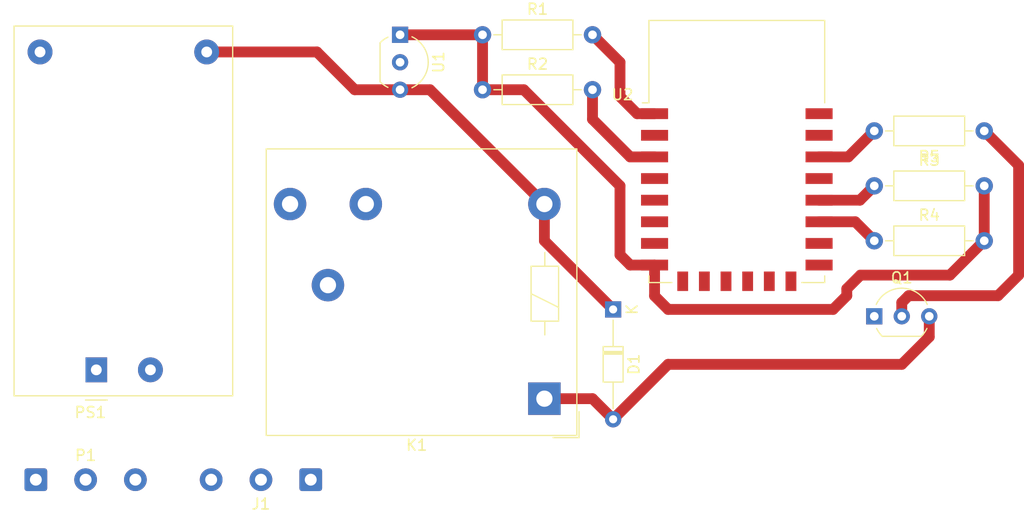
<source format=kicad_pcb>
(kicad_pcb (version 20171130) (host pcbnew "(5.1.6)-1")

  (general
    (thickness 1.6)
    (drawings 0)
    (tracks 48)
    (zones 0)
    (modules 13)
    (nets 31)
  )

  (page A4)
  (layers
    (0 F.Cu signal)
    (31 B.Cu signal)
    (32 B.Adhes user)
    (33 F.Adhes user)
    (34 B.Paste user)
    (35 F.Paste user)
    (36 B.SilkS user)
    (37 F.SilkS user)
    (38 B.Mask user)
    (39 F.Mask user)
    (40 Dwgs.User user)
    (41 Cmts.User user)
    (42 Eco1.User user)
    (43 Eco2.User user)
    (44 Edge.Cuts user)
    (45 Margin user)
    (46 B.CrtYd user)
    (47 F.CrtYd user)
    (48 B.Fab user)
    (49 F.Fab user)
  )

  (setup
    (last_trace_width 4)
    (user_trace_width 4)
    (trace_clearance 0.2)
    (zone_clearance 0.508)
    (zone_45_only no)
    (trace_min 0.2)
    (via_size 0.8)
    (via_drill 0.4)
    (via_min_size 0.4)
    (via_min_drill 0.3)
    (uvia_size 0.3)
    (uvia_drill 0.1)
    (uvias_allowed no)
    (uvia_min_size 0.2)
    (uvia_min_drill 0.1)
    (edge_width 0.05)
    (segment_width 0.2)
    (pcb_text_width 0.3)
    (pcb_text_size 1.5 1.5)
    (mod_edge_width 0.12)
    (mod_text_size 1 1)
    (mod_text_width 0.15)
    (pad_size 1.524 1.524)
    (pad_drill 0.762)
    (pad_to_mask_clearance 0.05)
    (aux_axis_origin 0 0)
    (visible_elements FFFFFF7F)
    (pcbplotparams
      (layerselection 0x010fc_ffffffff)
      (usegerberextensions false)
      (usegerberattributes true)
      (usegerberadvancedattributes true)
      (creategerberjobfile true)
      (excludeedgelayer true)
      (linewidth 0.100000)
      (plotframeref false)
      (viasonmask false)
      (mode 1)
      (useauxorigin false)
      (hpglpennumber 1)
      (hpglpenspeed 20)
      (hpglpendiameter 15.000000)
      (psnegative false)
      (psa4output false)
      (plotreference true)
      (plotvalue true)
      (plotinvisibletext false)
      (padsonsilk false)
      (subtractmaskfromsilk false)
      (outputformat 1)
      (mirror false)
      (drillshape 1)
      (scaleselection 1)
      (outputdirectory ""))
  )

  (net 0 "")
  (net 1 "Net-(D1-Pad2)")
  (net 2 +5V)
  (net 3 "Net-(J1-Pad3)")
  (net 4 "Net-(J1-Pad2)")
  (net 5 "Net-(J1-Pad1)")
  (net 6 "Net-(K1-Pad12)")
  (net 7 "Net-(K1-Pad14)")
  (net 8 GND)
  (net 9 "Net-(Q1-Pad2)")
  (net 10 "Net-(R1-Pad2)")
  (net 11 +3V3)
  (net 12 "Net-(R2-Pad2)")
  (net 13 "Net-(R3-Pad1)")
  (net 14 "Net-(R4-Pad1)")
  (net 15 "Net-(R5-Pad2)")
  (net 16 "Net-(U2-Pad22)")
  (net 17 "Net-(U2-Pad21)")
  (net 18 "Net-(U2-Pad19)")
  (net 19 "Net-(U2-Pad16)")
  (net 20 "Net-(U2-Pad14)")
  (net 21 "Net-(U2-Pad13)")
  (net 22 "Net-(U2-Pad12)")
  (net 23 "Net-(U2-Pad11)")
  (net 24 "Net-(U2-Pad10)")
  (net 25 "Net-(U2-Pad9)")
  (net 26 "Net-(U2-Pad7)")
  (net 27 "Net-(U2-Pad6)")
  (net 28 "Net-(U2-Pad5)")
  (net 29 "Net-(U2-Pad4)")
  (net 30 "Net-(U2-Pad2)")

  (net_class Default "This is the default net class."
    (clearance 0.2)
    (trace_width 1)
    (via_dia 0.8)
    (via_drill 0.4)
    (uvia_dia 0.3)
    (uvia_drill 0.1)
    (add_net +3V3)
    (add_net +5V)
    (add_net GND)
    (add_net "Net-(D1-Pad2)")
    (add_net "Net-(J1-Pad1)")
    (add_net "Net-(J1-Pad2)")
    (add_net "Net-(J1-Pad3)")
    (add_net "Net-(K1-Pad12)")
    (add_net "Net-(K1-Pad14)")
    (add_net "Net-(Q1-Pad2)")
    (add_net "Net-(R1-Pad2)")
    (add_net "Net-(R2-Pad2)")
    (add_net "Net-(R3-Pad1)")
    (add_net "Net-(R4-Pad1)")
    (add_net "Net-(R5-Pad2)")
    (add_net "Net-(U2-Pad10)")
    (add_net "Net-(U2-Pad11)")
    (add_net "Net-(U2-Pad12)")
    (add_net "Net-(U2-Pad13)")
    (add_net "Net-(U2-Pad14)")
    (add_net "Net-(U2-Pad16)")
    (add_net "Net-(U2-Pad19)")
    (add_net "Net-(U2-Pad2)")
    (add_net "Net-(U2-Pad21)")
    (add_net "Net-(U2-Pad22)")
    (add_net "Net-(U2-Pad4)")
    (add_net "Net-(U2-Pad5)")
    (add_net "Net-(U2-Pad6)")
    (add_net "Net-(U2-Pad7)")
    (add_net "Net-(U2-Pad9)")
  )

  (module Package_TO_SOT_THT:TO-92_Inline_Wide (layer F.Cu) (tedit 5A02FF81) (tstamp 5EDEC5CF)
    (at 102.235 35.56 270)
    (descr "TO-92 leads in-line, wide, drill 0.75mm (see NXP sot054_po.pdf)")
    (tags "to-92 sc-43 sc-43a sot54 PA33 transistor")
    (path /5ED6854B)
    (fp_text reference U1 (at 2.54 -3.56 90) (layer F.SilkS)
      (effects (font (size 1 1) (thickness 0.15)))
    )
    (fp_text value L78L33_TO92 (at 2.54 2.79 90) (layer F.Fab)
      (effects (font (size 1 1) (thickness 0.15)))
    )
    (fp_arc (start 2.54 0) (end 4.34 1.85) (angle -20) (layer F.SilkS) (width 0.12))
    (fp_arc (start 2.54 0) (end 2.54 -2.48) (angle -135) (layer F.Fab) (width 0.1))
    (fp_arc (start 2.54 0) (end 2.54 -2.48) (angle 135) (layer F.Fab) (width 0.1))
    (fp_arc (start 2.54 0) (end 2.54 -2.6) (angle 65) (layer F.SilkS) (width 0.12))
    (fp_arc (start 2.54 0) (end 2.54 -2.6) (angle -65) (layer F.SilkS) (width 0.12))
    (fp_arc (start 2.54 0) (end 0.74 1.85) (angle 20) (layer F.SilkS) (width 0.12))
    (fp_text user %R (at 2.54 -3.56 90) (layer F.Fab)
      (effects (font (size 1 1) (thickness 0.15)))
    )
    (fp_line (start 0.74 1.85) (end 4.34 1.85) (layer F.SilkS) (width 0.12))
    (fp_line (start 0.8 1.75) (end 4.3 1.75) (layer F.Fab) (width 0.1))
    (fp_line (start -1.01 -2.73) (end 6.09 -2.73) (layer F.CrtYd) (width 0.05))
    (fp_line (start -1.01 -2.73) (end -1.01 2.01) (layer F.CrtYd) (width 0.05))
    (fp_line (start 6.09 2.01) (end 6.09 -2.73) (layer F.CrtYd) (width 0.05))
    (fp_line (start 6.09 2.01) (end -1.01 2.01) (layer F.CrtYd) (width 0.05))
    (pad 1 thru_hole rect (at 0 0) (size 1.5 1.5) (drill 0.8) (layers *.Cu *.Mask)
      (net 11 +3V3))
    (pad 3 thru_hole circle (at 5.08 0) (size 1.5 1.5) (drill 0.8) (layers *.Cu *.Mask)
      (net 2 +5V))
    (pad 2 thru_hole circle (at 2.54 0) (size 1.5 1.5) (drill 0.8) (layers *.Cu *.Mask)
      (net 8 GND))
    (model ${KISYS3DMOD}/Package_TO_SOT_THT.3dshapes/TO-92_Inline_Wide.wrl
      (at (xyz 0 0 0))
      (scale (xyz 1 1 1))
      (rotate (xyz 0 0 0))
    )
  )

  (module RF_Module:ESP-12E (layer F.Cu) (tedit 5A030172) (tstamp 5EDEC60A)
    (at 133.35 46.355)
    (descr "Wi-Fi Module, http://wiki.ai-thinker.com/_media/esp8266/docs/aithinker_esp_12f_datasheet_en.pdf")
    (tags "Wi-Fi Module")
    (path /5ED52A6F)
    (attr smd)
    (fp_text reference U2 (at -10.56 -5.26) (layer F.SilkS)
      (effects (font (size 1 1) (thickness 0.15)))
    )
    (fp_text value ESP-12E (at -0.06 -12.78) (layer F.Fab)
      (effects (font (size 1 1) (thickness 0.15)))
    )
    (fp_text user %R (at 0.49 -0.8) (layer F.Fab)
      (effects (font (size 1 1) (thickness 0.15)))
    )
    (fp_text user "KEEP-OUT ZONE" (at 0.03 -9.55 180) (layer Cmts.User)
      (effects (font (size 1 1) (thickness 0.15)))
    )
    (fp_text user Antenna (at -0.06 -7 180) (layer Cmts.User)
      (effects (font (size 1 1) (thickness 0.15)))
    )
    (fp_line (start -8 -12) (end 8 -12) (layer F.Fab) (width 0.12))
    (fp_line (start 8 -12) (end 8 12) (layer F.Fab) (width 0.12))
    (fp_line (start 8 12) (end -8 12) (layer F.Fab) (width 0.12))
    (fp_line (start -8 12) (end -8 -3) (layer F.Fab) (width 0.12))
    (fp_line (start -8 -3) (end -7.5 -3.5) (layer F.Fab) (width 0.12))
    (fp_line (start -7.5 -3.5) (end -8 -4) (layer F.Fab) (width 0.12))
    (fp_line (start -8 -4) (end -8 -12) (layer F.Fab) (width 0.12))
    (fp_line (start -9.05 -12.2) (end 9.05 -12.2) (layer F.CrtYd) (width 0.05))
    (fp_line (start 9.05 -12.2) (end 9.05 13.1) (layer F.CrtYd) (width 0.05))
    (fp_line (start 9.05 13.1) (end -9.05 13.1) (layer F.CrtYd) (width 0.05))
    (fp_line (start -9.05 13.1) (end -9.05 -12.2) (layer F.CrtYd) (width 0.05))
    (fp_line (start -8.12 -12.12) (end 8.12 -12.12) (layer F.SilkS) (width 0.12))
    (fp_line (start 8.12 -12.12) (end 8.12 -4.5) (layer F.SilkS) (width 0.12))
    (fp_line (start 8.12 11.5) (end 8.12 12.12) (layer F.SilkS) (width 0.12))
    (fp_line (start 8.12 12.12) (end 6 12.12) (layer F.SilkS) (width 0.12))
    (fp_line (start -6 12.12) (end -8.12 12.12) (layer F.SilkS) (width 0.12))
    (fp_line (start -8.12 12.12) (end -8.12 11.5) (layer F.SilkS) (width 0.12))
    (fp_line (start -8.12 -4.5) (end -8.12 -12.12) (layer F.SilkS) (width 0.12))
    (fp_line (start -8.12 -4.5) (end -8.73 -4.5) (layer F.SilkS) (width 0.12))
    (fp_line (start -8.12 -12.12) (end 8.12 -12.12) (layer Dwgs.User) (width 0.12))
    (fp_line (start 8.12 -12.12) (end 8.12 -4.8) (layer Dwgs.User) (width 0.12))
    (fp_line (start 8.12 -4.8) (end -8.12 -4.8) (layer Dwgs.User) (width 0.12))
    (fp_line (start -8.12 -4.8) (end -8.12 -12.12) (layer Dwgs.User) (width 0.12))
    (fp_line (start -8.12 -9.12) (end -5.12 -12.12) (layer Dwgs.User) (width 0.12))
    (fp_line (start -8.12 -6.12) (end -2.12 -12.12) (layer Dwgs.User) (width 0.12))
    (fp_line (start -6.44 -4.8) (end 0.88 -12.12) (layer Dwgs.User) (width 0.12))
    (fp_line (start -3.44 -4.8) (end 3.88 -12.12) (layer Dwgs.User) (width 0.12))
    (fp_line (start -0.44 -4.8) (end 6.88 -12.12) (layer Dwgs.User) (width 0.12))
    (fp_line (start 2.56 -4.8) (end 8.12 -10.36) (layer Dwgs.User) (width 0.12))
    (fp_line (start 5.56 -4.8) (end 8.12 -7.36) (layer Dwgs.User) (width 0.12))
    (pad 22 smd rect (at 7.6 -3.5) (size 2.5 1) (layers F.Cu F.Paste F.Mask)
      (net 16 "Net-(U2-Pad22)"))
    (pad 21 smd rect (at 7.6 -1.5) (size 2.5 1) (layers F.Cu F.Paste F.Mask)
      (net 17 "Net-(U2-Pad21)"))
    (pad 20 smd rect (at 7.6 0.5) (size 2.5 1) (layers F.Cu F.Paste F.Mask)
      (net 15 "Net-(R5-Pad2)"))
    (pad 19 smd rect (at 7.6 2.5) (size 2.5 1) (layers F.Cu F.Paste F.Mask)
      (net 18 "Net-(U2-Pad19)"))
    (pad 18 smd rect (at 7.6 4.5) (size 2.5 1) (layers F.Cu F.Paste F.Mask)
      (net 13 "Net-(R3-Pad1)"))
    (pad 17 smd rect (at 7.6 6.5) (size 2.5 1) (layers F.Cu F.Paste F.Mask)
      (net 14 "Net-(R4-Pad1)"))
    (pad 16 smd rect (at 7.6 8.5) (size 2.5 1) (layers F.Cu F.Paste F.Mask)
      (net 19 "Net-(U2-Pad16)"))
    (pad 15 smd rect (at 7.6 10.5) (size 2.5 1) (layers F.Cu F.Paste F.Mask)
      (net 8 GND))
    (pad 14 smd rect (at 5 12) (size 1 1.8) (layers F.Cu F.Paste F.Mask)
      (net 20 "Net-(U2-Pad14)"))
    (pad 13 smd rect (at 3 12) (size 1 1.8) (layers F.Cu F.Paste F.Mask)
      (net 21 "Net-(U2-Pad13)"))
    (pad 12 smd rect (at 1 12) (size 1 1.8) (layers F.Cu F.Paste F.Mask)
      (net 22 "Net-(U2-Pad12)"))
    (pad 11 smd rect (at -1 12) (size 1 1.8) (layers F.Cu F.Paste F.Mask)
      (net 23 "Net-(U2-Pad11)"))
    (pad 10 smd rect (at -3 12) (size 1 1.8) (layers F.Cu F.Paste F.Mask)
      (net 24 "Net-(U2-Pad10)"))
    (pad 9 smd rect (at -5 12) (size 1 1.8) (layers F.Cu F.Paste F.Mask)
      (net 25 "Net-(U2-Pad9)"))
    (pad 8 smd rect (at -7.6 10.5) (size 2.5 1) (layers F.Cu F.Paste F.Mask)
      (net 11 +3V3))
    (pad 7 smd rect (at -7.6 8.5) (size 2.5 1) (layers F.Cu F.Paste F.Mask)
      (net 26 "Net-(U2-Pad7)"))
    (pad 6 smd rect (at -7.6 6.5) (size 2.5 1) (layers F.Cu F.Paste F.Mask)
      (net 27 "Net-(U2-Pad6)"))
    (pad 5 smd rect (at -7.6 4.5) (size 2.5 1) (layers F.Cu F.Paste F.Mask)
      (net 28 "Net-(U2-Pad5)"))
    (pad 4 smd rect (at -7.6 2.5) (size 2.5 1) (layers F.Cu F.Paste F.Mask)
      (net 29 "Net-(U2-Pad4)"))
    (pad 3 smd rect (at -7.6 0.5) (size 2.5 1) (layers F.Cu F.Paste F.Mask)
      (net 12 "Net-(R2-Pad2)"))
    (pad 2 smd rect (at -7.6 -1.5) (size 2.5 1) (layers F.Cu F.Paste F.Mask)
      (net 30 "Net-(U2-Pad2)"))
    (pad 1 smd rect (at -7.6 -3.5) (size 2.5 1) (layers F.Cu F.Paste F.Mask)
      (net 10 "Net-(R1-Pad2)"))
    (model ${KISYS3DMOD}/RF_Module.3dshapes/ESP-12E.wrl
      (at (xyz 0 0 0))
      (scale (xyz 1 1 1))
      (rotate (xyz 0 0 0))
    )
  )

  (module Resistor_THT:R_Axial_DIN0207_L6.3mm_D2.5mm_P10.16mm_Horizontal (layer F.Cu) (tedit 5AE5139B) (tstamp 5EDEC5BD)
    (at 156.21 44.45 180)
    (descr "Resistor, Axial_DIN0207 series, Axial, Horizontal, pin pitch=10.16mm, 0.25W = 1/4W, length*diameter=6.3*2.5mm^2, http://cdn-reichelt.de/documents/datenblatt/B400/1_4W%23YAG.pdf")
    (tags "Resistor Axial_DIN0207 series Axial Horizontal pin pitch 10.16mm 0.25W = 1/4W length 6.3mm diameter 2.5mm")
    (path /5ED5C1BC)
    (fp_text reference R5 (at 5.08 -2.37) (layer F.SilkS)
      (effects (font (size 1 1) (thickness 0.15)))
    )
    (fp_text value 1k (at 5.08 2.37) (layer F.Fab)
      (effects (font (size 1 1) (thickness 0.15)))
    )
    (fp_text user %R (at 5.08 0) (layer F.Fab)
      (effects (font (size 1 1) (thickness 0.15)))
    )
    (fp_line (start 1.93 -1.25) (end 1.93 1.25) (layer F.Fab) (width 0.1))
    (fp_line (start 1.93 1.25) (end 8.23 1.25) (layer F.Fab) (width 0.1))
    (fp_line (start 8.23 1.25) (end 8.23 -1.25) (layer F.Fab) (width 0.1))
    (fp_line (start 8.23 -1.25) (end 1.93 -1.25) (layer F.Fab) (width 0.1))
    (fp_line (start 0 0) (end 1.93 0) (layer F.Fab) (width 0.1))
    (fp_line (start 10.16 0) (end 8.23 0) (layer F.Fab) (width 0.1))
    (fp_line (start 1.81 -1.37) (end 1.81 1.37) (layer F.SilkS) (width 0.12))
    (fp_line (start 1.81 1.37) (end 8.35 1.37) (layer F.SilkS) (width 0.12))
    (fp_line (start 8.35 1.37) (end 8.35 -1.37) (layer F.SilkS) (width 0.12))
    (fp_line (start 8.35 -1.37) (end 1.81 -1.37) (layer F.SilkS) (width 0.12))
    (fp_line (start 1.04 0) (end 1.81 0) (layer F.SilkS) (width 0.12))
    (fp_line (start 9.12 0) (end 8.35 0) (layer F.SilkS) (width 0.12))
    (fp_line (start -1.05 -1.5) (end -1.05 1.5) (layer F.CrtYd) (width 0.05))
    (fp_line (start -1.05 1.5) (end 11.21 1.5) (layer F.CrtYd) (width 0.05))
    (fp_line (start 11.21 1.5) (end 11.21 -1.5) (layer F.CrtYd) (width 0.05))
    (fp_line (start 11.21 -1.5) (end -1.05 -1.5) (layer F.CrtYd) (width 0.05))
    (pad 2 thru_hole oval (at 10.16 0 180) (size 1.6 1.6) (drill 0.8) (layers *.Cu *.Mask)
      (net 15 "Net-(R5-Pad2)"))
    (pad 1 thru_hole circle (at 0 0 180) (size 1.6 1.6) (drill 0.8) (layers *.Cu *.Mask)
      (net 9 "Net-(Q1-Pad2)"))
    (model ${KISYS3DMOD}/Resistor_THT.3dshapes/R_Axial_DIN0207_L6.3mm_D2.5mm_P10.16mm_Horizontal.wrl
      (at (xyz 0 0 0))
      (scale (xyz 1 1 1))
      (rotate (xyz 0 0 0))
    )
  )

  (module Resistor_THT:R_Axial_DIN0207_L6.3mm_D2.5mm_P10.16mm_Horizontal (layer F.Cu) (tedit 5AE5139B) (tstamp 5EDEC5A6)
    (at 146.05 54.61)
    (descr "Resistor, Axial_DIN0207 series, Axial, Horizontal, pin pitch=10.16mm, 0.25W = 1/4W, length*diameter=6.3*2.5mm^2, http://cdn-reichelt.de/documents/datenblatt/B400/1_4W%23YAG.pdf")
    (tags "Resistor Axial_DIN0207 series Axial Horizontal pin pitch 10.16mm 0.25W = 1/4W length 6.3mm diameter 2.5mm")
    (path /5ED7645C)
    (fp_text reference R4 (at 5.08 -2.37) (layer F.SilkS)
      (effects (font (size 1 1) (thickness 0.15)))
    )
    (fp_text value 10k (at 5.08 2.37) (layer F.Fab)
      (effects (font (size 1 1) (thickness 0.15)))
    )
    (fp_text user %R (at 5.08 0) (layer F.Fab)
      (effects (font (size 1 1) (thickness 0.15)))
    )
    (fp_line (start 1.93 -1.25) (end 1.93 1.25) (layer F.Fab) (width 0.1))
    (fp_line (start 1.93 1.25) (end 8.23 1.25) (layer F.Fab) (width 0.1))
    (fp_line (start 8.23 1.25) (end 8.23 -1.25) (layer F.Fab) (width 0.1))
    (fp_line (start 8.23 -1.25) (end 1.93 -1.25) (layer F.Fab) (width 0.1))
    (fp_line (start 0 0) (end 1.93 0) (layer F.Fab) (width 0.1))
    (fp_line (start 10.16 0) (end 8.23 0) (layer F.Fab) (width 0.1))
    (fp_line (start 1.81 -1.37) (end 1.81 1.37) (layer F.SilkS) (width 0.12))
    (fp_line (start 1.81 1.37) (end 8.35 1.37) (layer F.SilkS) (width 0.12))
    (fp_line (start 8.35 1.37) (end 8.35 -1.37) (layer F.SilkS) (width 0.12))
    (fp_line (start 8.35 -1.37) (end 1.81 -1.37) (layer F.SilkS) (width 0.12))
    (fp_line (start 1.04 0) (end 1.81 0) (layer F.SilkS) (width 0.12))
    (fp_line (start 9.12 0) (end 8.35 0) (layer F.SilkS) (width 0.12))
    (fp_line (start -1.05 -1.5) (end -1.05 1.5) (layer F.CrtYd) (width 0.05))
    (fp_line (start -1.05 1.5) (end 11.21 1.5) (layer F.CrtYd) (width 0.05))
    (fp_line (start 11.21 1.5) (end 11.21 -1.5) (layer F.CrtYd) (width 0.05))
    (fp_line (start 11.21 -1.5) (end -1.05 -1.5) (layer F.CrtYd) (width 0.05))
    (pad 2 thru_hole oval (at 10.16 0) (size 1.6 1.6) (drill 0.8) (layers *.Cu *.Mask)
      (net 11 +3V3))
    (pad 1 thru_hole circle (at 0 0) (size 1.6 1.6) (drill 0.8) (layers *.Cu *.Mask)
      (net 14 "Net-(R4-Pad1)"))
    (model ${KISYS3DMOD}/Resistor_THT.3dshapes/R_Axial_DIN0207_L6.3mm_D2.5mm_P10.16mm_Horizontal.wrl
      (at (xyz 0 0 0))
      (scale (xyz 1 1 1))
      (rotate (xyz 0 0 0))
    )
  )

  (module Resistor_THT:R_Axial_DIN0207_L6.3mm_D2.5mm_P10.16mm_Horizontal (layer F.Cu) (tedit 5AE5139B) (tstamp 5EDEC58F)
    (at 146.05 49.53)
    (descr "Resistor, Axial_DIN0207 series, Axial, Horizontal, pin pitch=10.16mm, 0.25W = 1/4W, length*diameter=6.3*2.5mm^2, http://cdn-reichelt.de/documents/datenblatt/B400/1_4W%23YAG.pdf")
    (tags "Resistor Axial_DIN0207 series Axial Horizontal pin pitch 10.16mm 0.25W = 1/4W length 6.3mm diameter 2.5mm")
    (path /5ED75B0C)
    (fp_text reference R3 (at 5.08 -2.37) (layer F.SilkS)
      (effects (font (size 1 1) (thickness 0.15)))
    )
    (fp_text value 10k (at 5.08 2.37) (layer F.Fab)
      (effects (font (size 1 1) (thickness 0.15)))
    )
    (fp_text user %R (at 5.08 0) (layer F.Fab)
      (effects (font (size 1 1) (thickness 0.15)))
    )
    (fp_line (start 1.93 -1.25) (end 1.93 1.25) (layer F.Fab) (width 0.1))
    (fp_line (start 1.93 1.25) (end 8.23 1.25) (layer F.Fab) (width 0.1))
    (fp_line (start 8.23 1.25) (end 8.23 -1.25) (layer F.Fab) (width 0.1))
    (fp_line (start 8.23 -1.25) (end 1.93 -1.25) (layer F.Fab) (width 0.1))
    (fp_line (start 0 0) (end 1.93 0) (layer F.Fab) (width 0.1))
    (fp_line (start 10.16 0) (end 8.23 0) (layer F.Fab) (width 0.1))
    (fp_line (start 1.81 -1.37) (end 1.81 1.37) (layer F.SilkS) (width 0.12))
    (fp_line (start 1.81 1.37) (end 8.35 1.37) (layer F.SilkS) (width 0.12))
    (fp_line (start 8.35 1.37) (end 8.35 -1.37) (layer F.SilkS) (width 0.12))
    (fp_line (start 8.35 -1.37) (end 1.81 -1.37) (layer F.SilkS) (width 0.12))
    (fp_line (start 1.04 0) (end 1.81 0) (layer F.SilkS) (width 0.12))
    (fp_line (start 9.12 0) (end 8.35 0) (layer F.SilkS) (width 0.12))
    (fp_line (start -1.05 -1.5) (end -1.05 1.5) (layer F.CrtYd) (width 0.05))
    (fp_line (start -1.05 1.5) (end 11.21 1.5) (layer F.CrtYd) (width 0.05))
    (fp_line (start 11.21 1.5) (end 11.21 -1.5) (layer F.CrtYd) (width 0.05))
    (fp_line (start 11.21 -1.5) (end -1.05 -1.5) (layer F.CrtYd) (width 0.05))
    (pad 2 thru_hole oval (at 10.16 0) (size 1.6 1.6) (drill 0.8) (layers *.Cu *.Mask)
      (net 11 +3V3))
    (pad 1 thru_hole circle (at 0 0) (size 1.6 1.6) (drill 0.8) (layers *.Cu *.Mask)
      (net 13 "Net-(R3-Pad1)"))
    (model ${KISYS3DMOD}/Resistor_THT.3dshapes/R_Axial_DIN0207_L6.3mm_D2.5mm_P10.16mm_Horizontal.wrl
      (at (xyz 0 0 0))
      (scale (xyz 1 1 1))
      (rotate (xyz 0 0 0))
    )
  )

  (module Resistor_THT:R_Axial_DIN0207_L6.3mm_D2.5mm_P10.16mm_Horizontal (layer F.Cu) (tedit 5AE5139B) (tstamp 5EDEC578)
    (at 109.855 40.64)
    (descr "Resistor, Axial_DIN0207 series, Axial, Horizontal, pin pitch=10.16mm, 0.25W = 1/4W, length*diameter=6.3*2.5mm^2, http://cdn-reichelt.de/documents/datenblatt/B400/1_4W%23YAG.pdf")
    (tags "Resistor Axial_DIN0207 series Axial Horizontal pin pitch 10.16mm 0.25W = 1/4W length 6.3mm diameter 2.5mm")
    (path /5ED73A46)
    (fp_text reference R2 (at 5.08 -2.37) (layer F.SilkS)
      (effects (font (size 1 1) (thickness 0.15)))
    )
    (fp_text value 10k (at 5.08 2.37) (layer F.Fab)
      (effects (font (size 1 1) (thickness 0.15)))
    )
    (fp_text user %R (at 5.08 0) (layer F.Fab)
      (effects (font (size 1 1) (thickness 0.15)))
    )
    (fp_line (start 1.93 -1.25) (end 1.93 1.25) (layer F.Fab) (width 0.1))
    (fp_line (start 1.93 1.25) (end 8.23 1.25) (layer F.Fab) (width 0.1))
    (fp_line (start 8.23 1.25) (end 8.23 -1.25) (layer F.Fab) (width 0.1))
    (fp_line (start 8.23 -1.25) (end 1.93 -1.25) (layer F.Fab) (width 0.1))
    (fp_line (start 0 0) (end 1.93 0) (layer F.Fab) (width 0.1))
    (fp_line (start 10.16 0) (end 8.23 0) (layer F.Fab) (width 0.1))
    (fp_line (start 1.81 -1.37) (end 1.81 1.37) (layer F.SilkS) (width 0.12))
    (fp_line (start 1.81 1.37) (end 8.35 1.37) (layer F.SilkS) (width 0.12))
    (fp_line (start 8.35 1.37) (end 8.35 -1.37) (layer F.SilkS) (width 0.12))
    (fp_line (start 8.35 -1.37) (end 1.81 -1.37) (layer F.SilkS) (width 0.12))
    (fp_line (start 1.04 0) (end 1.81 0) (layer F.SilkS) (width 0.12))
    (fp_line (start 9.12 0) (end 8.35 0) (layer F.SilkS) (width 0.12))
    (fp_line (start -1.05 -1.5) (end -1.05 1.5) (layer F.CrtYd) (width 0.05))
    (fp_line (start -1.05 1.5) (end 11.21 1.5) (layer F.CrtYd) (width 0.05))
    (fp_line (start 11.21 1.5) (end 11.21 -1.5) (layer F.CrtYd) (width 0.05))
    (fp_line (start 11.21 -1.5) (end -1.05 -1.5) (layer F.CrtYd) (width 0.05))
    (pad 2 thru_hole oval (at 10.16 0) (size 1.6 1.6) (drill 0.8) (layers *.Cu *.Mask)
      (net 12 "Net-(R2-Pad2)"))
    (pad 1 thru_hole circle (at 0 0) (size 1.6 1.6) (drill 0.8) (layers *.Cu *.Mask)
      (net 11 +3V3))
    (model ${KISYS3DMOD}/Resistor_THT.3dshapes/R_Axial_DIN0207_L6.3mm_D2.5mm_P10.16mm_Horizontal.wrl
      (at (xyz 0 0 0))
      (scale (xyz 1 1 1))
      (rotate (xyz 0 0 0))
    )
  )

  (module Resistor_THT:R_Axial_DIN0207_L6.3mm_D2.5mm_P10.16mm_Horizontal (layer F.Cu) (tedit 5AE5139B) (tstamp 5EDEC561)
    (at 109.855 35.56)
    (descr "Resistor, Axial_DIN0207 series, Axial, Horizontal, pin pitch=10.16mm, 0.25W = 1/4W, length*diameter=6.3*2.5mm^2, http://cdn-reichelt.de/documents/datenblatt/B400/1_4W%23YAG.pdf")
    (tags "Resistor Axial_DIN0207 series Axial Horizontal pin pitch 10.16mm 0.25W = 1/4W length 6.3mm diameter 2.5mm")
    (path /5ED714AF)
    (fp_text reference R1 (at 5.08 -2.37) (layer F.SilkS)
      (effects (font (size 1 1) (thickness 0.15)))
    )
    (fp_text value 10k (at 5.08 2.37) (layer F.Fab)
      (effects (font (size 1 1) (thickness 0.15)))
    )
    (fp_text user %R (at 5.08 0) (layer F.Fab)
      (effects (font (size 1 1) (thickness 0.15)))
    )
    (fp_line (start 1.93 -1.25) (end 1.93 1.25) (layer F.Fab) (width 0.1))
    (fp_line (start 1.93 1.25) (end 8.23 1.25) (layer F.Fab) (width 0.1))
    (fp_line (start 8.23 1.25) (end 8.23 -1.25) (layer F.Fab) (width 0.1))
    (fp_line (start 8.23 -1.25) (end 1.93 -1.25) (layer F.Fab) (width 0.1))
    (fp_line (start 0 0) (end 1.93 0) (layer F.Fab) (width 0.1))
    (fp_line (start 10.16 0) (end 8.23 0) (layer F.Fab) (width 0.1))
    (fp_line (start 1.81 -1.37) (end 1.81 1.37) (layer F.SilkS) (width 0.12))
    (fp_line (start 1.81 1.37) (end 8.35 1.37) (layer F.SilkS) (width 0.12))
    (fp_line (start 8.35 1.37) (end 8.35 -1.37) (layer F.SilkS) (width 0.12))
    (fp_line (start 8.35 -1.37) (end 1.81 -1.37) (layer F.SilkS) (width 0.12))
    (fp_line (start 1.04 0) (end 1.81 0) (layer F.SilkS) (width 0.12))
    (fp_line (start 9.12 0) (end 8.35 0) (layer F.SilkS) (width 0.12))
    (fp_line (start -1.05 -1.5) (end -1.05 1.5) (layer F.CrtYd) (width 0.05))
    (fp_line (start -1.05 1.5) (end 11.21 1.5) (layer F.CrtYd) (width 0.05))
    (fp_line (start 11.21 1.5) (end 11.21 -1.5) (layer F.CrtYd) (width 0.05))
    (fp_line (start 11.21 -1.5) (end -1.05 -1.5) (layer F.CrtYd) (width 0.05))
    (pad 2 thru_hole oval (at 10.16 0) (size 1.6 1.6) (drill 0.8) (layers *.Cu *.Mask)
      (net 10 "Net-(R1-Pad2)"))
    (pad 1 thru_hole circle (at 0 0) (size 1.6 1.6) (drill 0.8) (layers *.Cu *.Mask)
      (net 11 +3V3))
    (model ${KISYS3DMOD}/Resistor_THT.3dshapes/R_Axial_DIN0207_L6.3mm_D2.5mm_P10.16mm_Horizontal.wrl
      (at (xyz 0 0 0))
      (scale (xyz 1 1 1))
      (rotate (xyz 0 0 0))
    )
  )

  (module Package_TO_SOT_THT:TO-92_Inline_Wide (layer F.Cu) (tedit 5A02FF81) (tstamp 5EDEC54A)
    (at 146.05 61.595)
    (descr "TO-92 leads in-line, wide, drill 0.75mm (see NXP sot054_po.pdf)")
    (tags "to-92 sc-43 sc-43a sot54 PA33 transistor")
    (path /5ED5782D)
    (fp_text reference Q1 (at 2.54 -3.56) (layer F.SilkS)
      (effects (font (size 1 1) (thickness 0.15)))
    )
    (fp_text value Q_NPN_EBC (at 2.54 2.79) (layer F.Fab)
      (effects (font (size 1 1) (thickness 0.15)))
    )
    (fp_arc (start 2.54 0) (end 4.34 1.85) (angle -20) (layer F.SilkS) (width 0.12))
    (fp_arc (start 2.54 0) (end 2.54 -2.48) (angle -135) (layer F.Fab) (width 0.1))
    (fp_arc (start 2.54 0) (end 2.54 -2.48) (angle 135) (layer F.Fab) (width 0.1))
    (fp_arc (start 2.54 0) (end 2.54 -2.6) (angle 65) (layer F.SilkS) (width 0.12))
    (fp_arc (start 2.54 0) (end 2.54 -2.6) (angle -65) (layer F.SilkS) (width 0.12))
    (fp_arc (start 2.54 0) (end 0.74 1.85) (angle 20) (layer F.SilkS) (width 0.12))
    (fp_text user %R (at 2.54 -3.56) (layer F.Fab)
      (effects (font (size 1 1) (thickness 0.15)))
    )
    (fp_line (start 0.74 1.85) (end 4.34 1.85) (layer F.SilkS) (width 0.12))
    (fp_line (start 0.8 1.75) (end 4.3 1.75) (layer F.Fab) (width 0.1))
    (fp_line (start -1.01 -2.73) (end 6.09 -2.73) (layer F.CrtYd) (width 0.05))
    (fp_line (start -1.01 -2.73) (end -1.01 2.01) (layer F.CrtYd) (width 0.05))
    (fp_line (start 6.09 2.01) (end 6.09 -2.73) (layer F.CrtYd) (width 0.05))
    (fp_line (start 6.09 2.01) (end -1.01 2.01) (layer F.CrtYd) (width 0.05))
    (pad 1 thru_hole rect (at 0 0 90) (size 1.5 1.5) (drill 0.8) (layers *.Cu *.Mask)
      (net 8 GND))
    (pad 3 thru_hole circle (at 5.08 0 90) (size 1.5 1.5) (drill 0.8) (layers *.Cu *.Mask)
      (net 1 "Net-(D1-Pad2)"))
    (pad 2 thru_hole circle (at 2.54 0 90) (size 1.5 1.5) (drill 0.8) (layers *.Cu *.Mask)
      (net 9 "Net-(Q1-Pad2)"))
    (model ${KISYS3DMOD}/Package_TO_SOT_THT.3dshapes/TO-92_Inline_Wide.wrl
      (at (xyz 0 0 0))
      (scale (xyz 1 1 1))
      (rotate (xyz 0 0 0))
    )
  )

  (module Converter_ACDC:Converter_ACDC_HiLink_HLK-PMxx (layer F.Cu) (tedit 5C1AC1CD) (tstamp 5EDEC536)
    (at 74.168 66.548 90)
    (descr "ACDC-Converter, 3W, HiLink, HLK-PMxx, THT, http://www.hlktech.net/product_detail.php?ProId=54")
    (tags "ACDC-Converter 3W THT HiLink board mount module")
    (path /5EDE98FC)
    (fp_text reference PS1 (at -3.94 -0.55) (layer F.SilkS)
      (effects (font (size 1 1) (thickness 0.15)))
    )
    (fp_text value HLK-PM01 (at 15.79 13.85 90) (layer F.Fab)
      (effects (font (size 1 1) (thickness 0.15)))
    )
    (fp_text user %R (at 14.68 1.17 90) (layer F.Fab)
      (effects (font (size 1 1) (thickness 0.15)))
    )
    (fp_line (start -2.3 12.5) (end 31.7 12.5) (layer F.Fab) (width 0.1))
    (fp_line (start 31.7 12.5) (end 31.7 -7.5) (layer F.Fab) (width 0.1))
    (fp_line (start -2.3 12.5) (end -2.3 0.99) (layer F.Fab) (width 0.1))
    (fp_line (start -2.3 -7.5) (end 31.7 -7.5) (layer F.Fab) (width 0.1))
    (fp_line (start -1.29 0) (end -2.29 1) (layer F.Fab) (width 0.1))
    (fp_line (start -2.29 -1) (end -1.29 0) (layer F.Fab) (width 0.1))
    (fp_line (start -2.3 -1) (end -2.3 -7.5) (layer F.Fab) (width 0.1))
    (fp_line (start -2.55 12.75) (end 31.95 12.75) (layer F.CrtYd) (width 0.05))
    (fp_line (start 31.95 12.75) (end 31.95 -7.75) (layer F.CrtYd) (width 0.05))
    (fp_line (start 31.95 -7.75) (end -2.55 -7.75) (layer F.CrtYd) (width 0.05))
    (fp_line (start -2.55 -7.75) (end -2.55 12.75) (layer F.CrtYd) (width 0.05))
    (fp_line (start -2.4 -7.6) (end -2.4 12.6) (layer F.SilkS) (width 0.12))
    (fp_line (start -2.4 12.6) (end 31.8 12.6) (layer F.SilkS) (width 0.12))
    (fp_line (start 31.8 12.6) (end 31.8 -7.6) (layer F.SilkS) (width 0.12))
    (fp_line (start 31.8 -7.6) (end -2.4 -7.6) (layer F.SilkS) (width 0.12))
    (fp_line (start -2.79 -1) (end -2.79 1.01) (layer F.SilkS) (width 0.12))
    (pad 4 thru_hole circle (at 29.4 10.2 90) (size 2.3 2.3) (drill 1) (layers *.Cu *.Mask)
      (net 2 +5V))
    (pad 2 thru_hole circle (at 0 5 90) (size 2.3 2.3) (drill 1) (layers *.Cu *.Mask)
      (net 4 "Net-(J1-Pad2)"))
    (pad 1 thru_hole rect (at 0 0 90) (size 2.3 2) (drill 1) (layers *.Cu *.Mask)
      (net 7 "Net-(K1-Pad14)"))
    (pad 3 thru_hole circle (at 29.4 -5.2 90) (size 2.3 2.3) (drill 1) (layers *.Cu *.Mask)
      (net 8 GND))
    (model ${KISYS3DMOD}/Converter_ACDC.3dshapes/Converter_ACDC_HiLink_HLK-PMxx.wrl
      (at (xyz 0 0 0))
      (scale (xyz 1 1 1))
      (rotate (xyz 0 0 0))
    )
  )

  (module Connector_Wire:SolderWire-0.5sqmm_1x03_P4.6mm_D0.9mm_OD2.1mm (layer F.Cu) (tedit 5EB70B43) (tstamp 5EDEC51D)
    (at 68.58 76.708)
    (descr "Soldered wire connection, for 3 times 0.5 mm² wires, basic insulation, conductor diameter 0.9mm, outer diameter 2.1mm, size source Multi-Contact FLEXI-E 0.5 (https://ec.staubli.com/AcroFiles/Catalogues/TM_Cab-Main-11014119_(en)_hi.pdf), bend radius 3 times outer diameter, generated with kicad-footprint-generator")
    (tags "connector wire 0.5sqmm")
    (path /5ED7FDF6)
    (attr virtual)
    (fp_text reference P1 (at 4.6 -2.25) (layer F.SilkS)
      (effects (font (size 1 1) (thickness 0.15)))
    )
    (fp_text value Conn_WallPlug_Earth (at 4.6 2.25) (layer F.Fab)
      (effects (font (size 1 1) (thickness 0.15)))
    )
    (fp_text user %R (at 4.6 0 90) (layer F.Fab)
      (effects (font (size 0.52 0.52) (thickness 0.08)))
    )
    (fp_circle (center 0 0) (end 1.05 0) (layer F.Fab) (width 0.1))
    (fp_circle (center 4.6 0) (end 5.65 0) (layer F.Fab) (width 0.1))
    (fp_circle (center 9.2 0) (end 10.25 0) (layer F.Fab) (width 0.1))
    (fp_line (start -1.8 -1.55) (end -1.8 1.55) (layer F.CrtYd) (width 0.05))
    (fp_line (start -1.8 1.55) (end 1.8 1.55) (layer F.CrtYd) (width 0.05))
    (fp_line (start 1.8 1.55) (end 1.8 -1.55) (layer F.CrtYd) (width 0.05))
    (fp_line (start 1.8 -1.55) (end -1.8 -1.55) (layer F.CrtYd) (width 0.05))
    (fp_line (start 2.8 -1.55) (end 2.8 1.55) (layer F.CrtYd) (width 0.05))
    (fp_line (start 2.8 1.55) (end 6.4 1.55) (layer F.CrtYd) (width 0.05))
    (fp_line (start 6.4 1.55) (end 6.4 -1.55) (layer F.CrtYd) (width 0.05))
    (fp_line (start 6.4 -1.55) (end 2.8 -1.55) (layer F.CrtYd) (width 0.05))
    (fp_line (start 7.4 -1.55) (end 7.4 1.55) (layer F.CrtYd) (width 0.05))
    (fp_line (start 7.4 1.55) (end 11 1.55) (layer F.CrtYd) (width 0.05))
    (fp_line (start 11 1.55) (end 11 -1.55) (layer F.CrtYd) (width 0.05))
    (fp_line (start 11 -1.55) (end 7.4 -1.55) (layer F.CrtYd) (width 0.05))
    (pad 3 thru_hole circle (at 9.2 0) (size 2.1 2.1) (drill 1.1) (layers *.Cu *.Mask)
      (net 3 "Net-(J1-Pad3)"))
    (pad 2 thru_hole circle (at 4.6 0) (size 2.1 2.1) (drill 1.1) (layers *.Cu *.Mask)
      (net 4 "Net-(J1-Pad2)"))
    (pad 1 thru_hole roundrect (at 0 0) (size 2.1 2.1) (drill 1.1) (layers *.Cu *.Mask) (roundrect_rratio 0.119048)
      (net 7 "Net-(K1-Pad14)"))
    (model ${KISYS3DMOD}/Connector_Wire.3dshapes/SolderWire-0.5sqmm_1x03_P4.6mm_D0.9mm_OD2.1mm.wrl
      (at (xyz 0 0 0))
      (scale (xyz 1 1 1))
      (rotate (xyz 0 0 0))
    )
  )

  (module Relay_THT:Relay_SPDT_Finder_40.11 (layer F.Cu) (tedit 5A6364EC) (tstamp 5EDEC506)
    (at 115.57 69.215 180)
    (descr "Relay SPDT Finder 40.11, https://www.finder-relais.net/de/finder-relais-serie-40.pdf")
    (tags "Relay SPDT Finder 40.11 ")
    (path /5ED5624C)
    (fp_text reference K1 (at 11.8 -4.3) (layer F.SilkS)
      (effects (font (size 1 1) (thickness 0.15)))
    )
    (fp_text value FINDER-40.11 (at 11.7 24.1) (layer F.Fab)
      (effects (font (size 1 1) (thickness 0.15)))
    )
    (fp_text user %R (at 10.7 10.6) (layer F.Fab)
      (effects (font (size 1 1) (thickness 0.15)))
    )
    (fp_line (start 25.7 23.1) (end 25.7 -3.4) (layer F.SilkS) (width 0.12))
    (fp_line (start -3 23.1) (end 25.7 23.1) (layer F.SilkS) (width 0.12))
    (fp_line (start 25.6 23) (end 25.6 -3.3) (layer F.Fab) (width 0.12))
    (fp_line (start -2.9 23) (end 25.6 23) (layer F.Fab) (width 0.12))
    (fp_line (start -3.2 -1.2) (end -3.2 -3.6) (layer F.SilkS) (width 0.12))
    (fp_line (start -0.8 -3.6) (end -3.2 -3.6) (layer F.SilkS) (width 0.12))
    (fp_line (start -3 23.1) (end -3 -3.4) (layer F.SilkS) (width 0.12))
    (fp_line (start -3 -3.4) (end 25.7 -3.4) (layer F.SilkS) (width 0.12))
    (fp_line (start -1.9 -3.3) (end -2.9 -2.2) (layer F.Fab) (width 0.12))
    (fp_line (start 25.6 -3.3) (end -1.9 -3.3) (layer F.Fab) (width 0.12))
    (fp_line (start -2.9 -2.2) (end -2.9 23) (layer F.Fab) (width 0.12))
    (fp_line (start -1.31 8.44) (end 1.23 9.71) (layer F.SilkS) (width 0.12))
    (fp_line (start -0.04 12.25) (end -0.04 13.52) (layer F.SilkS) (width 0.12))
    (fp_line (start -0.04 5.9) (end -0.04 7.17) (layer F.SilkS) (width 0.12))
    (fp_line (start -0.04 7.17) (end 1.23 7.17) (layer F.SilkS) (width 0.12))
    (fp_line (start 1.23 7.17) (end 1.23 12.25) (layer F.SilkS) (width 0.12))
    (fp_line (start 1.23 12.25) (end -1.31 12.25) (layer F.SilkS) (width 0.12))
    (fp_line (start -1.31 12.25) (end -1.31 7.17) (layer F.SilkS) (width 0.12))
    (fp_line (start -1.31 7.17) (end -0.04 7.17) (layer F.SilkS) (width 0.12))
    (fp_line (start -3.15 -3.55) (end 25.85 -3.55) (layer F.CrtYd) (width 0.05))
    (fp_line (start -3.15 -3.55) (end -3.15 23.25) (layer F.CrtYd) (width 0.05))
    (fp_line (start 25.85 23.25) (end 25.85 -3.55) (layer F.CrtYd) (width 0.05))
    (fp_line (start 25.85 23.25) (end -3.15 23.25) (layer F.CrtYd) (width 0.05))
    (pad 12 thru_hole circle (at 16.5 18 180) (size 3 3) (drill 1.5) (layers *.Cu *.Mask)
      (net 6 "Net-(K1-Pad12)"))
    (pad 14 thru_hole circle (at 23.5 18 180) (size 3 3) (drill 1.5) (layers *.Cu *.Mask)
      (net 7 "Net-(K1-Pad14)"))
    (pad 11 thru_hole circle (at 20 10.5 180) (size 3 3) (drill 1.5) (layers *.Cu *.Mask)
      (net 5 "Net-(J1-Pad1)"))
    (pad A2 thru_hole circle (at 0 18 180) (size 3 3) (drill 1.5) (layers *.Cu *.Mask)
      (net 2 +5V))
    (pad A1 thru_hole rect (at 0 0 180) (size 3 3) (drill 1.5) (layers *.Cu *.Mask)
      (net 1 "Net-(D1-Pad2)"))
    (model ${KISYS3DMOD}/Relay_THT.3dshapes/Relay_SPDT_Finder_40.11.wrl
      (at (xyz 0 0 0))
      (scale (xyz 1 1 1))
      (rotate (xyz 0 0 0))
    )
  )

  (module Connector_Wire:SolderWire-0.5sqmm_1x03_P4.6mm_D0.9mm_OD2.1mm (layer F.Cu) (tedit 5EB70B43) (tstamp 5EDEC4E5)
    (at 93.98 76.708 180)
    (descr "Soldered wire connection, for 3 times 0.5 mm² wires, basic insulation, conductor diameter 0.9mm, outer diameter 2.1mm, size source Multi-Contact FLEXI-E 0.5 (https://ec.staubli.com/AcroFiles/Catalogues/TM_Cab-Main-11014119_(en)_hi.pdf), bend radius 3 times outer diameter, generated with kicad-footprint-generator")
    (tags "connector wire 0.5sqmm")
    (path /5ED888BA)
    (attr virtual)
    (fp_text reference J1 (at 4.6 -2.25) (layer F.SilkS)
      (effects (font (size 1 1) (thickness 0.15)))
    )
    (fp_text value Conn_WallSocket_Earth (at 4.6 2.25) (layer F.Fab)
      (effects (font (size 1 1) (thickness 0.15)))
    )
    (fp_text user %R (at 4.6 0 90) (layer F.Fab)
      (effects (font (size 0.52 0.52) (thickness 0.08)))
    )
    (fp_circle (center 0 0) (end 1.05 0) (layer F.Fab) (width 0.1))
    (fp_circle (center 4.6 0) (end 5.65 0) (layer F.Fab) (width 0.1))
    (fp_circle (center 9.2 0) (end 10.25 0) (layer F.Fab) (width 0.1))
    (fp_line (start -1.8 -1.55) (end -1.8 1.55) (layer F.CrtYd) (width 0.05))
    (fp_line (start -1.8 1.55) (end 1.8 1.55) (layer F.CrtYd) (width 0.05))
    (fp_line (start 1.8 1.55) (end 1.8 -1.55) (layer F.CrtYd) (width 0.05))
    (fp_line (start 1.8 -1.55) (end -1.8 -1.55) (layer F.CrtYd) (width 0.05))
    (fp_line (start 2.8 -1.55) (end 2.8 1.55) (layer F.CrtYd) (width 0.05))
    (fp_line (start 2.8 1.55) (end 6.4 1.55) (layer F.CrtYd) (width 0.05))
    (fp_line (start 6.4 1.55) (end 6.4 -1.55) (layer F.CrtYd) (width 0.05))
    (fp_line (start 6.4 -1.55) (end 2.8 -1.55) (layer F.CrtYd) (width 0.05))
    (fp_line (start 7.4 -1.55) (end 7.4 1.55) (layer F.CrtYd) (width 0.05))
    (fp_line (start 7.4 1.55) (end 11 1.55) (layer F.CrtYd) (width 0.05))
    (fp_line (start 11 1.55) (end 11 -1.55) (layer F.CrtYd) (width 0.05))
    (fp_line (start 11 -1.55) (end 7.4 -1.55) (layer F.CrtYd) (width 0.05))
    (pad 3 thru_hole circle (at 9.2 0 180) (size 2.1 2.1) (drill 1.1) (layers *.Cu *.Mask)
      (net 3 "Net-(J1-Pad3)"))
    (pad 2 thru_hole circle (at 4.6 0 180) (size 2.1 2.1) (drill 1.1) (layers *.Cu *.Mask)
      (net 4 "Net-(J1-Pad2)"))
    (pad 1 thru_hole roundrect (at 0 0 180) (size 2.1 2.1) (drill 1.1) (layers *.Cu *.Mask) (roundrect_rratio 0.119048)
      (net 5 "Net-(J1-Pad1)"))
    (model ${KISYS3DMOD}/Connector_Wire.3dshapes/SolderWire-0.5sqmm_1x03_P4.6mm_D0.9mm_OD2.1mm.wrl
      (at (xyz 0 0 0))
      (scale (xyz 1 1 1))
      (rotate (xyz 0 0 0))
    )
  )

  (module Diode_THT:D_DO-34_SOD68_P10.16mm_Horizontal (layer F.Cu) (tedit 5AE50CD5) (tstamp 5EDEC4CE)
    (at 121.92 60.96 270)
    (descr "Diode, DO-34_SOD68 series, Axial, Horizontal, pin pitch=10.16mm, , length*diameter=3.04*1.6mm^2, , https://www.nxp.com/docs/en/data-sheet/KTY83_SER.pdf")
    (tags "Diode DO-34_SOD68 series Axial Horizontal pin pitch 10.16mm  length 3.04mm diameter 1.6mm")
    (path /5ED57075)
    (fp_text reference D1 (at 5.08 -1.92 90) (layer F.SilkS)
      (effects (font (size 1 1) (thickness 0.15)))
    )
    (fp_text value D (at 5.08 1.92 90) (layer F.Fab)
      (effects (font (size 1 1) (thickness 0.15)))
    )
    (fp_text user K (at 0 -1.75 90) (layer F.SilkS)
      (effects (font (size 1 1) (thickness 0.15)))
    )
    (fp_text user K (at 0 -1.75 90) (layer F.Fab)
      (effects (font (size 1 1) (thickness 0.15)))
    )
    (fp_text user %R (at 5.308 0 270) (layer F.Fab)
      (effects (font (size 0.608 0.608) (thickness 0.0912)))
    )
    (fp_line (start 3.56 -0.8) (end 3.56 0.8) (layer F.Fab) (width 0.1))
    (fp_line (start 3.56 0.8) (end 6.6 0.8) (layer F.Fab) (width 0.1))
    (fp_line (start 6.6 0.8) (end 6.6 -0.8) (layer F.Fab) (width 0.1))
    (fp_line (start 6.6 -0.8) (end 3.56 -0.8) (layer F.Fab) (width 0.1))
    (fp_line (start 0 0) (end 3.56 0) (layer F.Fab) (width 0.1))
    (fp_line (start 10.16 0) (end 6.6 0) (layer F.Fab) (width 0.1))
    (fp_line (start 4.016 -0.8) (end 4.016 0.8) (layer F.Fab) (width 0.1))
    (fp_line (start 4.116 -0.8) (end 4.116 0.8) (layer F.Fab) (width 0.1))
    (fp_line (start 3.916 -0.8) (end 3.916 0.8) (layer F.Fab) (width 0.1))
    (fp_line (start 3.44 -0.92) (end 3.44 0.92) (layer F.SilkS) (width 0.12))
    (fp_line (start 3.44 0.92) (end 6.72 0.92) (layer F.SilkS) (width 0.12))
    (fp_line (start 6.72 0.92) (end 6.72 -0.92) (layer F.SilkS) (width 0.12))
    (fp_line (start 6.72 -0.92) (end 3.44 -0.92) (layer F.SilkS) (width 0.12))
    (fp_line (start 0.99 0) (end 3.44 0) (layer F.SilkS) (width 0.12))
    (fp_line (start 9.17 0) (end 6.72 0) (layer F.SilkS) (width 0.12))
    (fp_line (start 4.016 -0.92) (end 4.016 0.92) (layer F.SilkS) (width 0.12))
    (fp_line (start 4.136 -0.92) (end 4.136 0.92) (layer F.SilkS) (width 0.12))
    (fp_line (start 3.896 -0.92) (end 3.896 0.92) (layer F.SilkS) (width 0.12))
    (fp_line (start -1 -1.05) (end -1 1.05) (layer F.CrtYd) (width 0.05))
    (fp_line (start -1 1.05) (end 11.16 1.05) (layer F.CrtYd) (width 0.05))
    (fp_line (start 11.16 1.05) (end 11.16 -1.05) (layer F.CrtYd) (width 0.05))
    (fp_line (start 11.16 -1.05) (end -1 -1.05) (layer F.CrtYd) (width 0.05))
    (pad 2 thru_hole oval (at 10.16 0 270) (size 1.5 1.5) (drill 0.75) (layers *.Cu *.Mask)
      (net 1 "Net-(D1-Pad2)"))
    (pad 1 thru_hole rect (at 0 0 270) (size 1.5 1.5) (drill 0.75) (layers *.Cu *.Mask)
      (net 2 +5V))
    (model ${KISYS3DMOD}/Diode_THT.3dshapes/D_DO-34_SOD68_P10.16mm_Horizontal.wrl
      (at (xyz 0 0 0))
      (scale (xyz 1 1 1))
      (rotate (xyz 0 0 0))
    )
  )

  (segment (start 120.015 69.215) (end 121.92 71.12) (width 1) (layer F.Cu) (net 1))
  (segment (start 115.57 69.215) (end 120.015 69.215) (width 1) (layer F.Cu) (net 1))
  (segment (start 151.13 63.5) (end 151.13 61.595) (width 1) (layer F.Cu) (net 1))
  (segment (start 148.59 66.04) (end 151.13 63.5) (width 1) (layer F.Cu) (net 1))
  (segment (start 121.92 71.12) (end 127 66.04) (width 1) (layer F.Cu) (net 1))
  (segment (start 127 66.04) (end 148.59 66.04) (width 1) (layer F.Cu) (net 1))
  (segment (start 104.995 40.64) (end 115.57 51.215) (width 1) (layer F.Cu) (net 2))
  (segment (start 102.235 40.64) (end 104.995 40.64) (width 1) (layer F.Cu) (net 2))
  (segment (start 115.57 54.61) (end 121.92 60.96) (width 1) (layer F.Cu) (net 2))
  (segment (start 115.57 51.215) (end 115.57 54.61) (width 1) (layer F.Cu) (net 2))
  (segment (start 84.368 37.148) (end 94.552 37.148) (width 1) (layer F.Cu) (net 2))
  (segment (start 98.044 40.64) (end 102.235 40.64) (width 1) (layer F.Cu) (net 2))
  (segment (start 94.552 37.148) (end 98.044 40.64) (width 1) (layer F.Cu) (net 2))
  (segment (start 159.385 47.625) (end 156.21 44.45) (width 1) (layer F.Cu) (net 9))
  (segment (start 148.59 60.325) (end 149.225 59.69) (width 1) (layer F.Cu) (net 9))
  (segment (start 159.385 57.785) (end 159.385 47.625) (width 1) (layer F.Cu) (net 9))
  (segment (start 148.59 61.595) (end 148.59 60.325) (width 1) (layer F.Cu) (net 9))
  (segment (start 149.225 59.69) (end 157.48 59.69) (width 1) (layer F.Cu) (net 9))
  (segment (start 157.48 59.69) (end 159.385 57.785) (width 1) (layer F.Cu) (net 9))
  (segment (start 120.015 35.56) (end 122.555 38.1) (width 1) (layer F.Cu) (net 10))
  (segment (start 122.555 38.1) (end 122.555 41.275) (width 1) (layer F.Cu) (net 10))
  (segment (start 124.135 42.855) (end 125.75 42.855) (width 1) (layer F.Cu) (net 10))
  (segment (start 122.555 41.275) (end 124.135 42.855) (width 1) (layer F.Cu) (net 10))
  (segment (start 109.855 35.56) (end 102.235 35.56) (width 1) (layer F.Cu) (net 11))
  (segment (start 109.855 35.56) (end 109.855 40.64) (width 1) (layer F.Cu) (net 11))
  (segment (start 156.21 49.53) (end 156.21 54.61) (width 1) (layer F.Cu) (net 11))
  (segment (start 153.035 57.785) (end 156.21 54.61) (width 1) (layer F.Cu) (net 11))
  (segment (start 144.78 57.785) (end 153.035 57.785) (width 1) (layer F.Cu) (net 11))
  (segment (start 125.75 59.71) (end 127 60.96) (width 1) (layer F.Cu) (net 11))
  (segment (start 125.75 56.855) (end 125.75 59.71) (width 1) (layer F.Cu) (net 11))
  (segment (start 127 60.96) (end 142.24 60.96) (width 1) (layer F.Cu) (net 11))
  (segment (start 142.24 60.96) (end 143.51 59.69) (width 1) (layer F.Cu) (net 11))
  (segment (start 143.51 59.055) (end 144.78 57.785) (width 1) (layer F.Cu) (net 11))
  (segment (start 143.51 59.69) (end 143.51 59.055) (width 1) (layer F.Cu) (net 11))
  (segment (start 109.855 40.64) (end 113.665 40.64) (width 1) (layer F.Cu) (net 11))
  (segment (start 113.665 40.64) (end 122.555 49.53) (width 1) (layer F.Cu) (net 11))
  (segment (start 122.555 55.91) (end 123.5 56.855) (width 1) (layer F.Cu) (net 11))
  (segment (start 123.5 56.855) (end 125.75 56.855) (width 1) (layer F.Cu) (net 11))
  (segment (start 122.555 49.53) (end 122.555 55.91) (width 1) (layer F.Cu) (net 11))
  (segment (start 123.5 46.855) (end 125.75 46.855) (width 1) (layer F.Cu) (net 12))
  (segment (start 120.015 43.37) (end 123.5 46.855) (width 1) (layer F.Cu) (net 12))
  (segment (start 120.015 40.64) (end 120.015 43.37) (width 1) (layer F.Cu) (net 12))
  (segment (start 144.725 50.855) (end 140.95 50.855) (width 1) (layer F.Cu) (net 13))
  (segment (start 146.05 49.53) (end 144.725 50.855) (width 1) (layer F.Cu) (net 13))
  (segment (start 144.295 52.855) (end 140.95 52.855) (width 1) (layer F.Cu) (net 14))
  (segment (start 146.05 54.61) (end 144.295 52.855) (width 1) (layer F.Cu) (net 14))
  (segment (start 143.645 46.855) (end 140.95 46.855) (width 1) (layer F.Cu) (net 15))
  (segment (start 146.05 44.45) (end 143.645 46.855) (width 1) (layer F.Cu) (net 15))

)

</source>
